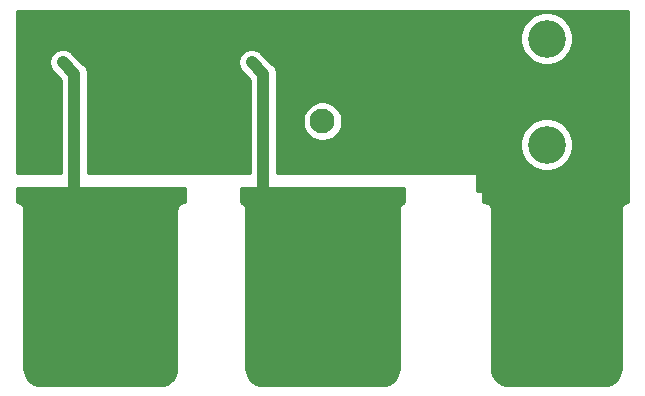
<source format=gbr>
G04 #@! TF.GenerationSoftware,KiCad,Pcbnew,(5.1.5)-3*
G04 #@! TF.CreationDate,2020-06-04T11:53:39+03:00*
G04 #@! TF.ProjectId,kelvin,6b656c76-696e-42e6-9b69-6361645f7063,rev?*
G04 #@! TF.SameCoordinates,Original*
G04 #@! TF.FileFunction,Copper,L2,Bot*
G04 #@! TF.FilePolarity,Positive*
%FSLAX46Y46*%
G04 Gerber Fmt 4.6, Leading zero omitted, Abs format (unit mm)*
G04 Created by KiCad (PCBNEW (5.1.5)-3) date 2020-06-04 11:53:39*
%MOMM*%
%LPD*%
G04 APERTURE LIST*
%ADD10C,2.100000*%
%ADD11C,3.200000*%
%ADD12C,1.000000*%
%ADD13C,0.600000*%
%ADD14C,1.000000*%
%ADD15C,0.254000*%
G04 APERTURE END LIST*
D10*
X127000000Y-87000000D03*
D11*
X146000000Y-89000000D03*
X146000000Y-80000000D03*
D12*
X105000000Y-82000000D03*
X121000000Y-82000000D03*
D13*
X147000000Y-93000000D03*
X151500000Y-93000000D03*
X142000000Y-93000000D03*
X139500000Y-91000000D03*
X130500000Y-91000000D03*
X124000000Y-91000000D03*
X120500000Y-91000000D03*
X107500000Y-91000000D03*
X104500000Y-91000000D03*
X102500000Y-91000000D03*
X102500000Y-78000000D03*
X117500000Y-78000000D03*
X132000000Y-78000000D03*
X151500000Y-78000000D03*
X113500000Y-91000000D03*
X151500000Y-85000000D03*
X102500000Y-84000000D03*
D14*
X105000000Y-82000000D02*
X106000000Y-83000000D01*
X106000000Y-83000000D02*
X106000000Y-94000000D01*
X121000000Y-82000000D02*
X122000000Y-83000000D01*
X122000000Y-83000000D02*
X122000000Y-94000000D01*
D15*
G36*
X152873000Y-93839466D02*
G01*
X152867581Y-93840000D01*
X152770617Y-93849550D01*
X152646207Y-93887290D01*
X152531550Y-93948575D01*
X152431052Y-94031052D01*
X152348575Y-94131550D01*
X152287290Y-94246207D01*
X152249550Y-94370617D01*
X152236807Y-94500000D01*
X152240000Y-94532419D01*
X152240001Y-107967711D01*
X152211375Y-108259660D01*
X152135965Y-108509429D01*
X152013477Y-108739794D01*
X151848579Y-108941979D01*
X151647546Y-109108288D01*
X151418046Y-109232378D01*
X151168805Y-109309531D01*
X150878911Y-109340000D01*
X142732279Y-109340000D01*
X142440340Y-109311375D01*
X142190571Y-109235965D01*
X141960206Y-109113477D01*
X141758021Y-108948579D01*
X141591712Y-108747546D01*
X141467622Y-108518046D01*
X141390469Y-108268805D01*
X141360000Y-107978911D01*
X141360000Y-94532419D01*
X141363193Y-94500000D01*
X141350450Y-94370617D01*
X141312710Y-94246207D01*
X141251425Y-94131550D01*
X141168948Y-94031052D01*
X141068450Y-93948575D01*
X140953793Y-93887290D01*
X140829383Y-93849550D01*
X140732419Y-93840000D01*
X140700000Y-93836807D01*
X140667581Y-93840000D01*
X140627000Y-93840000D01*
X140627000Y-93000000D01*
X140624560Y-92975224D01*
X140617333Y-92951399D01*
X140605597Y-92929443D01*
X140589803Y-92910197D01*
X140570557Y-92894403D01*
X140548601Y-92882667D01*
X140524776Y-92875440D01*
X140500000Y-92873000D01*
X140127000Y-92873000D01*
X140127000Y-91500000D01*
X140124560Y-91475224D01*
X140117333Y-91451399D01*
X140105597Y-91429443D01*
X140089803Y-91410197D01*
X140070557Y-91394403D01*
X140048601Y-91382667D01*
X140024776Y-91375440D01*
X140000000Y-91373000D01*
X123135000Y-91373000D01*
X123135000Y-88779872D01*
X143765000Y-88779872D01*
X143765000Y-89220128D01*
X143850890Y-89651925D01*
X144019369Y-90058669D01*
X144263962Y-90424729D01*
X144575271Y-90736038D01*
X144941331Y-90980631D01*
X145348075Y-91149110D01*
X145779872Y-91235000D01*
X146220128Y-91235000D01*
X146651925Y-91149110D01*
X147058669Y-90980631D01*
X147424729Y-90736038D01*
X147736038Y-90424729D01*
X147980631Y-90058669D01*
X148149110Y-89651925D01*
X148235000Y-89220128D01*
X148235000Y-88779872D01*
X148149110Y-88348075D01*
X147980631Y-87941331D01*
X147736038Y-87575271D01*
X147424729Y-87263962D01*
X147058669Y-87019369D01*
X146651925Y-86850890D01*
X146220128Y-86765000D01*
X145779872Y-86765000D01*
X145348075Y-86850890D01*
X144941331Y-87019369D01*
X144575271Y-87263962D01*
X144263962Y-87575271D01*
X144019369Y-87941331D01*
X143850890Y-88348075D01*
X143765000Y-88779872D01*
X123135000Y-88779872D01*
X123135000Y-86834042D01*
X125315000Y-86834042D01*
X125315000Y-87165958D01*
X125379754Y-87491496D01*
X125506772Y-87798147D01*
X125691175Y-88074125D01*
X125925875Y-88308825D01*
X126201853Y-88493228D01*
X126508504Y-88620246D01*
X126834042Y-88685000D01*
X127165958Y-88685000D01*
X127491496Y-88620246D01*
X127798147Y-88493228D01*
X128074125Y-88308825D01*
X128308825Y-88074125D01*
X128493228Y-87798147D01*
X128620246Y-87491496D01*
X128685000Y-87165958D01*
X128685000Y-86834042D01*
X128620246Y-86508504D01*
X128493228Y-86201853D01*
X128308825Y-85925875D01*
X128074125Y-85691175D01*
X127798147Y-85506772D01*
X127491496Y-85379754D01*
X127165958Y-85315000D01*
X126834042Y-85315000D01*
X126508504Y-85379754D01*
X126201853Y-85506772D01*
X125925875Y-85691175D01*
X125691175Y-85925875D01*
X125506772Y-86201853D01*
X125379754Y-86508504D01*
X125315000Y-86834042D01*
X123135000Y-86834042D01*
X123135000Y-83055752D01*
X123140491Y-83000000D01*
X123118577Y-82777501D01*
X123053676Y-82563553D01*
X122948284Y-82366377D01*
X122841989Y-82236856D01*
X122841987Y-82236854D01*
X122806449Y-82193551D01*
X122763145Y-82158013D01*
X121723520Y-81118388D01*
X121676921Y-81087251D01*
X121633622Y-81051717D01*
X121584224Y-81025313D01*
X121537624Y-80994176D01*
X121485845Y-80972728D01*
X121436446Y-80946324D01*
X121382845Y-80930064D01*
X121331067Y-80908617D01*
X121276103Y-80897684D01*
X121222498Y-80881423D01*
X121166748Y-80875932D01*
X121111788Y-80865000D01*
X121055751Y-80865000D01*
X121000000Y-80859509D01*
X120944249Y-80865000D01*
X120888212Y-80865000D01*
X120833252Y-80875932D01*
X120777502Y-80881423D01*
X120723897Y-80897684D01*
X120668933Y-80908617D01*
X120617155Y-80930064D01*
X120563554Y-80946324D01*
X120514155Y-80972728D01*
X120462376Y-80994176D01*
X120415776Y-81025313D01*
X120366378Y-81051717D01*
X120323080Y-81087251D01*
X120276480Y-81118388D01*
X120236849Y-81158019D01*
X120193552Y-81193552D01*
X120158019Y-81236849D01*
X120118388Y-81276480D01*
X120087251Y-81323080D01*
X120051717Y-81366378D01*
X120025313Y-81415776D01*
X119994176Y-81462376D01*
X119972728Y-81514155D01*
X119946324Y-81563554D01*
X119930064Y-81617155D01*
X119908617Y-81668933D01*
X119897684Y-81723897D01*
X119881423Y-81777502D01*
X119875932Y-81833252D01*
X119865000Y-81888212D01*
X119865000Y-81944249D01*
X119859509Y-82000000D01*
X119865000Y-82055751D01*
X119865000Y-82111788D01*
X119875932Y-82166748D01*
X119881423Y-82222498D01*
X119897684Y-82276103D01*
X119908617Y-82331067D01*
X119930064Y-82382845D01*
X119946324Y-82436446D01*
X119972728Y-82485845D01*
X119994176Y-82537624D01*
X120025313Y-82584224D01*
X120051717Y-82633622D01*
X120087251Y-82676921D01*
X120118388Y-82723520D01*
X120865000Y-83470132D01*
X120865001Y-91373000D01*
X107135000Y-91373000D01*
X107135000Y-83055752D01*
X107140491Y-83000000D01*
X107118577Y-82777501D01*
X107053676Y-82563553D01*
X106948284Y-82366377D01*
X106841989Y-82236856D01*
X106841987Y-82236854D01*
X106806449Y-82193551D01*
X106763145Y-82158013D01*
X105723520Y-81118388D01*
X105676921Y-81087251D01*
X105633622Y-81051717D01*
X105584224Y-81025313D01*
X105537624Y-80994176D01*
X105485845Y-80972728D01*
X105436446Y-80946324D01*
X105382845Y-80930064D01*
X105331067Y-80908617D01*
X105276103Y-80897684D01*
X105222498Y-80881423D01*
X105166748Y-80875932D01*
X105111788Y-80865000D01*
X105055751Y-80865000D01*
X105000000Y-80859509D01*
X104944249Y-80865000D01*
X104888212Y-80865000D01*
X104833252Y-80875932D01*
X104777502Y-80881423D01*
X104723897Y-80897684D01*
X104668933Y-80908617D01*
X104617155Y-80930064D01*
X104563554Y-80946324D01*
X104514155Y-80972728D01*
X104462376Y-80994176D01*
X104415776Y-81025313D01*
X104366378Y-81051717D01*
X104323080Y-81087251D01*
X104276480Y-81118388D01*
X104236849Y-81158019D01*
X104193552Y-81193552D01*
X104158019Y-81236849D01*
X104118388Y-81276480D01*
X104087251Y-81323080D01*
X104051717Y-81366378D01*
X104025313Y-81415776D01*
X103994176Y-81462376D01*
X103972728Y-81514155D01*
X103946324Y-81563554D01*
X103930064Y-81617155D01*
X103908617Y-81668933D01*
X103897684Y-81723897D01*
X103881423Y-81777502D01*
X103875932Y-81833252D01*
X103865000Y-81888212D01*
X103865000Y-81944249D01*
X103859509Y-82000000D01*
X103865000Y-82055751D01*
X103865000Y-82111788D01*
X103875932Y-82166748D01*
X103881423Y-82222498D01*
X103897684Y-82276103D01*
X103908617Y-82331067D01*
X103930064Y-82382845D01*
X103946324Y-82436446D01*
X103972728Y-82485845D01*
X103994176Y-82537624D01*
X104025313Y-82584224D01*
X104051717Y-82633622D01*
X104087251Y-82676921D01*
X104118388Y-82723520D01*
X104865000Y-83470132D01*
X104865001Y-91373000D01*
X101127000Y-91373000D01*
X101127000Y-79779872D01*
X143765000Y-79779872D01*
X143765000Y-80220128D01*
X143850890Y-80651925D01*
X144019369Y-81058669D01*
X144263962Y-81424729D01*
X144575271Y-81736038D01*
X144941331Y-81980631D01*
X145348075Y-82149110D01*
X145779872Y-82235000D01*
X146220128Y-82235000D01*
X146651925Y-82149110D01*
X147058669Y-81980631D01*
X147424729Y-81736038D01*
X147736038Y-81424729D01*
X147980631Y-81058669D01*
X148149110Y-80651925D01*
X148235000Y-80220128D01*
X148235000Y-79779872D01*
X148149110Y-79348075D01*
X147980631Y-78941331D01*
X147736038Y-78575271D01*
X147424729Y-78263962D01*
X147058669Y-78019369D01*
X146651925Y-77850890D01*
X146220128Y-77765000D01*
X145779872Y-77765000D01*
X145348075Y-77850890D01*
X144941331Y-78019369D01*
X144575271Y-78263962D01*
X144263962Y-78575271D01*
X144019369Y-78941331D01*
X143850890Y-79348075D01*
X143765000Y-79779872D01*
X101127000Y-79779872D01*
X101127000Y-77660000D01*
X152873000Y-77660000D01*
X152873000Y-93839466D01*
G37*
X152873000Y-93839466D02*
X152867581Y-93840000D01*
X152770617Y-93849550D01*
X152646207Y-93887290D01*
X152531550Y-93948575D01*
X152431052Y-94031052D01*
X152348575Y-94131550D01*
X152287290Y-94246207D01*
X152249550Y-94370617D01*
X152236807Y-94500000D01*
X152240000Y-94532419D01*
X152240001Y-107967711D01*
X152211375Y-108259660D01*
X152135965Y-108509429D01*
X152013477Y-108739794D01*
X151848579Y-108941979D01*
X151647546Y-109108288D01*
X151418046Y-109232378D01*
X151168805Y-109309531D01*
X150878911Y-109340000D01*
X142732279Y-109340000D01*
X142440340Y-109311375D01*
X142190571Y-109235965D01*
X141960206Y-109113477D01*
X141758021Y-108948579D01*
X141591712Y-108747546D01*
X141467622Y-108518046D01*
X141390469Y-108268805D01*
X141360000Y-107978911D01*
X141360000Y-94532419D01*
X141363193Y-94500000D01*
X141350450Y-94370617D01*
X141312710Y-94246207D01*
X141251425Y-94131550D01*
X141168948Y-94031052D01*
X141068450Y-93948575D01*
X140953793Y-93887290D01*
X140829383Y-93849550D01*
X140732419Y-93840000D01*
X140700000Y-93836807D01*
X140667581Y-93840000D01*
X140627000Y-93840000D01*
X140627000Y-93000000D01*
X140624560Y-92975224D01*
X140617333Y-92951399D01*
X140605597Y-92929443D01*
X140589803Y-92910197D01*
X140570557Y-92894403D01*
X140548601Y-92882667D01*
X140524776Y-92875440D01*
X140500000Y-92873000D01*
X140127000Y-92873000D01*
X140127000Y-91500000D01*
X140124560Y-91475224D01*
X140117333Y-91451399D01*
X140105597Y-91429443D01*
X140089803Y-91410197D01*
X140070557Y-91394403D01*
X140048601Y-91382667D01*
X140024776Y-91375440D01*
X140000000Y-91373000D01*
X123135000Y-91373000D01*
X123135000Y-88779872D01*
X143765000Y-88779872D01*
X143765000Y-89220128D01*
X143850890Y-89651925D01*
X144019369Y-90058669D01*
X144263962Y-90424729D01*
X144575271Y-90736038D01*
X144941331Y-90980631D01*
X145348075Y-91149110D01*
X145779872Y-91235000D01*
X146220128Y-91235000D01*
X146651925Y-91149110D01*
X147058669Y-90980631D01*
X147424729Y-90736038D01*
X147736038Y-90424729D01*
X147980631Y-90058669D01*
X148149110Y-89651925D01*
X148235000Y-89220128D01*
X148235000Y-88779872D01*
X148149110Y-88348075D01*
X147980631Y-87941331D01*
X147736038Y-87575271D01*
X147424729Y-87263962D01*
X147058669Y-87019369D01*
X146651925Y-86850890D01*
X146220128Y-86765000D01*
X145779872Y-86765000D01*
X145348075Y-86850890D01*
X144941331Y-87019369D01*
X144575271Y-87263962D01*
X144263962Y-87575271D01*
X144019369Y-87941331D01*
X143850890Y-88348075D01*
X143765000Y-88779872D01*
X123135000Y-88779872D01*
X123135000Y-86834042D01*
X125315000Y-86834042D01*
X125315000Y-87165958D01*
X125379754Y-87491496D01*
X125506772Y-87798147D01*
X125691175Y-88074125D01*
X125925875Y-88308825D01*
X126201853Y-88493228D01*
X126508504Y-88620246D01*
X126834042Y-88685000D01*
X127165958Y-88685000D01*
X127491496Y-88620246D01*
X127798147Y-88493228D01*
X128074125Y-88308825D01*
X128308825Y-88074125D01*
X128493228Y-87798147D01*
X128620246Y-87491496D01*
X128685000Y-87165958D01*
X128685000Y-86834042D01*
X128620246Y-86508504D01*
X128493228Y-86201853D01*
X128308825Y-85925875D01*
X128074125Y-85691175D01*
X127798147Y-85506772D01*
X127491496Y-85379754D01*
X127165958Y-85315000D01*
X126834042Y-85315000D01*
X126508504Y-85379754D01*
X126201853Y-85506772D01*
X125925875Y-85691175D01*
X125691175Y-85925875D01*
X125506772Y-86201853D01*
X125379754Y-86508504D01*
X125315000Y-86834042D01*
X123135000Y-86834042D01*
X123135000Y-83055752D01*
X123140491Y-83000000D01*
X123118577Y-82777501D01*
X123053676Y-82563553D01*
X122948284Y-82366377D01*
X122841989Y-82236856D01*
X122841987Y-82236854D01*
X122806449Y-82193551D01*
X122763145Y-82158013D01*
X121723520Y-81118388D01*
X121676921Y-81087251D01*
X121633622Y-81051717D01*
X121584224Y-81025313D01*
X121537624Y-80994176D01*
X121485845Y-80972728D01*
X121436446Y-80946324D01*
X121382845Y-80930064D01*
X121331067Y-80908617D01*
X121276103Y-80897684D01*
X121222498Y-80881423D01*
X121166748Y-80875932D01*
X121111788Y-80865000D01*
X121055751Y-80865000D01*
X121000000Y-80859509D01*
X120944249Y-80865000D01*
X120888212Y-80865000D01*
X120833252Y-80875932D01*
X120777502Y-80881423D01*
X120723897Y-80897684D01*
X120668933Y-80908617D01*
X120617155Y-80930064D01*
X120563554Y-80946324D01*
X120514155Y-80972728D01*
X120462376Y-80994176D01*
X120415776Y-81025313D01*
X120366378Y-81051717D01*
X120323080Y-81087251D01*
X120276480Y-81118388D01*
X120236849Y-81158019D01*
X120193552Y-81193552D01*
X120158019Y-81236849D01*
X120118388Y-81276480D01*
X120087251Y-81323080D01*
X120051717Y-81366378D01*
X120025313Y-81415776D01*
X119994176Y-81462376D01*
X119972728Y-81514155D01*
X119946324Y-81563554D01*
X119930064Y-81617155D01*
X119908617Y-81668933D01*
X119897684Y-81723897D01*
X119881423Y-81777502D01*
X119875932Y-81833252D01*
X119865000Y-81888212D01*
X119865000Y-81944249D01*
X119859509Y-82000000D01*
X119865000Y-82055751D01*
X119865000Y-82111788D01*
X119875932Y-82166748D01*
X119881423Y-82222498D01*
X119897684Y-82276103D01*
X119908617Y-82331067D01*
X119930064Y-82382845D01*
X119946324Y-82436446D01*
X119972728Y-82485845D01*
X119994176Y-82537624D01*
X120025313Y-82584224D01*
X120051717Y-82633622D01*
X120087251Y-82676921D01*
X120118388Y-82723520D01*
X120865000Y-83470132D01*
X120865001Y-91373000D01*
X107135000Y-91373000D01*
X107135000Y-83055752D01*
X107140491Y-83000000D01*
X107118577Y-82777501D01*
X107053676Y-82563553D01*
X106948284Y-82366377D01*
X106841989Y-82236856D01*
X106841987Y-82236854D01*
X106806449Y-82193551D01*
X106763145Y-82158013D01*
X105723520Y-81118388D01*
X105676921Y-81087251D01*
X105633622Y-81051717D01*
X105584224Y-81025313D01*
X105537624Y-80994176D01*
X105485845Y-80972728D01*
X105436446Y-80946324D01*
X105382845Y-80930064D01*
X105331067Y-80908617D01*
X105276103Y-80897684D01*
X105222498Y-80881423D01*
X105166748Y-80875932D01*
X105111788Y-80865000D01*
X105055751Y-80865000D01*
X105000000Y-80859509D01*
X104944249Y-80865000D01*
X104888212Y-80865000D01*
X104833252Y-80875932D01*
X104777502Y-80881423D01*
X104723897Y-80897684D01*
X104668933Y-80908617D01*
X104617155Y-80930064D01*
X104563554Y-80946324D01*
X104514155Y-80972728D01*
X104462376Y-80994176D01*
X104415776Y-81025313D01*
X104366378Y-81051717D01*
X104323080Y-81087251D01*
X104276480Y-81118388D01*
X104236849Y-81158019D01*
X104193552Y-81193552D01*
X104158019Y-81236849D01*
X104118388Y-81276480D01*
X104087251Y-81323080D01*
X104051717Y-81366378D01*
X104025313Y-81415776D01*
X103994176Y-81462376D01*
X103972728Y-81514155D01*
X103946324Y-81563554D01*
X103930064Y-81617155D01*
X103908617Y-81668933D01*
X103897684Y-81723897D01*
X103881423Y-81777502D01*
X103875932Y-81833252D01*
X103865000Y-81888212D01*
X103865000Y-81944249D01*
X103859509Y-82000000D01*
X103865000Y-82055751D01*
X103865000Y-82111788D01*
X103875932Y-82166748D01*
X103881423Y-82222498D01*
X103897684Y-82276103D01*
X103908617Y-82331067D01*
X103930064Y-82382845D01*
X103946324Y-82436446D01*
X103972728Y-82485845D01*
X103994176Y-82537624D01*
X104025313Y-82584224D01*
X104051717Y-82633622D01*
X104087251Y-82676921D01*
X104118388Y-82723520D01*
X104865000Y-83470132D01*
X104865001Y-91373000D01*
X101127000Y-91373000D01*
X101127000Y-79779872D01*
X143765000Y-79779872D01*
X143765000Y-80220128D01*
X143850890Y-80651925D01*
X144019369Y-81058669D01*
X144263962Y-81424729D01*
X144575271Y-81736038D01*
X144941331Y-81980631D01*
X145348075Y-82149110D01*
X145779872Y-82235000D01*
X146220128Y-82235000D01*
X146651925Y-82149110D01*
X147058669Y-81980631D01*
X147424729Y-81736038D01*
X147736038Y-81424729D01*
X147980631Y-81058669D01*
X148149110Y-80651925D01*
X148235000Y-80220128D01*
X148235000Y-79779872D01*
X148149110Y-79348075D01*
X147980631Y-78941331D01*
X147736038Y-78575271D01*
X147424729Y-78263962D01*
X147058669Y-78019369D01*
X146651925Y-77850890D01*
X146220128Y-77765000D01*
X145779872Y-77765000D01*
X145348075Y-77850890D01*
X144941331Y-78019369D01*
X144575271Y-78263962D01*
X144263962Y-78575271D01*
X144019369Y-78941331D01*
X143850890Y-79348075D01*
X143765000Y-79779872D01*
X101127000Y-79779872D01*
X101127000Y-77660000D01*
X152873000Y-77660000D01*
X152873000Y-93839466D01*
G36*
X133873000Y-93879162D02*
G01*
X133846207Y-93887290D01*
X133731550Y-93948575D01*
X133631052Y-94031052D01*
X133548575Y-94131550D01*
X133487290Y-94246207D01*
X133449550Y-94370617D01*
X133436807Y-94500000D01*
X133440001Y-94532429D01*
X133440000Y-96032418D01*
X133440001Y-96032428D01*
X133440000Y-107967721D01*
X133411375Y-108259660D01*
X133335965Y-108509429D01*
X133213477Y-108739794D01*
X133048579Y-108941979D01*
X132847546Y-109108288D01*
X132618046Y-109232378D01*
X132368805Y-109309531D01*
X132078911Y-109340000D01*
X121932279Y-109340000D01*
X121640340Y-109311375D01*
X121390571Y-109235965D01*
X121160206Y-109113477D01*
X120958021Y-108948579D01*
X120791712Y-108747546D01*
X120667622Y-108518046D01*
X120590469Y-108268805D01*
X120560000Y-107978911D01*
X120560000Y-96032418D01*
X120563193Y-96000000D01*
X120560000Y-95967581D01*
X120560000Y-94532419D01*
X120563193Y-94500000D01*
X120550450Y-94370617D01*
X120512710Y-94246207D01*
X120451425Y-94131550D01*
X120368948Y-94031052D01*
X120268450Y-93948575D01*
X120153793Y-93887290D01*
X120127000Y-93879162D01*
X120127000Y-92627000D01*
X133873000Y-92627000D01*
X133873000Y-93879162D01*
G37*
X133873000Y-93879162D02*
X133846207Y-93887290D01*
X133731550Y-93948575D01*
X133631052Y-94031052D01*
X133548575Y-94131550D01*
X133487290Y-94246207D01*
X133449550Y-94370617D01*
X133436807Y-94500000D01*
X133440001Y-94532429D01*
X133440000Y-96032418D01*
X133440001Y-96032428D01*
X133440000Y-107967721D01*
X133411375Y-108259660D01*
X133335965Y-108509429D01*
X133213477Y-108739794D01*
X133048579Y-108941979D01*
X132847546Y-109108288D01*
X132618046Y-109232378D01*
X132368805Y-109309531D01*
X132078911Y-109340000D01*
X121932279Y-109340000D01*
X121640340Y-109311375D01*
X121390571Y-109235965D01*
X121160206Y-109113477D01*
X120958021Y-108948579D01*
X120791712Y-108747546D01*
X120667622Y-108518046D01*
X120590469Y-108268805D01*
X120560000Y-107978911D01*
X120560000Y-96032418D01*
X120563193Y-96000000D01*
X120560000Y-95967581D01*
X120560000Y-94532419D01*
X120563193Y-94500000D01*
X120550450Y-94370617D01*
X120512710Y-94246207D01*
X120451425Y-94131550D01*
X120368948Y-94031052D01*
X120268450Y-93948575D01*
X120153793Y-93887290D01*
X120127000Y-93879162D01*
X120127000Y-92627000D01*
X133873000Y-92627000D01*
X133873000Y-93879162D01*
G36*
X115373000Y-93840000D02*
G01*
X115332419Y-93840000D01*
X115300000Y-93836807D01*
X115267581Y-93840000D01*
X115170617Y-93849550D01*
X115046207Y-93887290D01*
X114931550Y-93948575D01*
X114831052Y-94031052D01*
X114748575Y-94131550D01*
X114687290Y-94246207D01*
X114649550Y-94370617D01*
X114636807Y-94500000D01*
X114640001Y-94532429D01*
X114640000Y-96032418D01*
X114640001Y-96032428D01*
X114640000Y-107967721D01*
X114611375Y-108259660D01*
X114535965Y-108509429D01*
X114413477Y-108739794D01*
X114248579Y-108941979D01*
X114047546Y-109108288D01*
X113818046Y-109232378D01*
X113568805Y-109309531D01*
X113278911Y-109340000D01*
X103132279Y-109340000D01*
X102840340Y-109311375D01*
X102590571Y-109235965D01*
X102360206Y-109113477D01*
X102158021Y-108948579D01*
X101991712Y-108747546D01*
X101867622Y-108518046D01*
X101790469Y-108268805D01*
X101760000Y-107978911D01*
X101760000Y-94532419D01*
X101763193Y-94500000D01*
X101750450Y-94370617D01*
X101712710Y-94246207D01*
X101651425Y-94131550D01*
X101568948Y-94031052D01*
X101468450Y-93948575D01*
X101353793Y-93887290D01*
X101229383Y-93849550D01*
X101132419Y-93840000D01*
X101127000Y-93839466D01*
X101127000Y-92627000D01*
X115373000Y-92627000D01*
X115373000Y-93840000D01*
G37*
X115373000Y-93840000D02*
X115332419Y-93840000D01*
X115300000Y-93836807D01*
X115267581Y-93840000D01*
X115170617Y-93849550D01*
X115046207Y-93887290D01*
X114931550Y-93948575D01*
X114831052Y-94031052D01*
X114748575Y-94131550D01*
X114687290Y-94246207D01*
X114649550Y-94370617D01*
X114636807Y-94500000D01*
X114640001Y-94532429D01*
X114640000Y-96032418D01*
X114640001Y-96032428D01*
X114640000Y-107967721D01*
X114611375Y-108259660D01*
X114535965Y-108509429D01*
X114413477Y-108739794D01*
X114248579Y-108941979D01*
X114047546Y-109108288D01*
X113818046Y-109232378D01*
X113568805Y-109309531D01*
X113278911Y-109340000D01*
X103132279Y-109340000D01*
X102840340Y-109311375D01*
X102590571Y-109235965D01*
X102360206Y-109113477D01*
X102158021Y-108948579D01*
X101991712Y-108747546D01*
X101867622Y-108518046D01*
X101790469Y-108268805D01*
X101760000Y-107978911D01*
X101760000Y-94532419D01*
X101763193Y-94500000D01*
X101750450Y-94370617D01*
X101712710Y-94246207D01*
X101651425Y-94131550D01*
X101568948Y-94031052D01*
X101468450Y-93948575D01*
X101353793Y-93887290D01*
X101229383Y-93849550D01*
X101132419Y-93840000D01*
X101127000Y-93839466D01*
X101127000Y-92627000D01*
X115373000Y-92627000D01*
X115373000Y-93840000D01*
M02*

</source>
